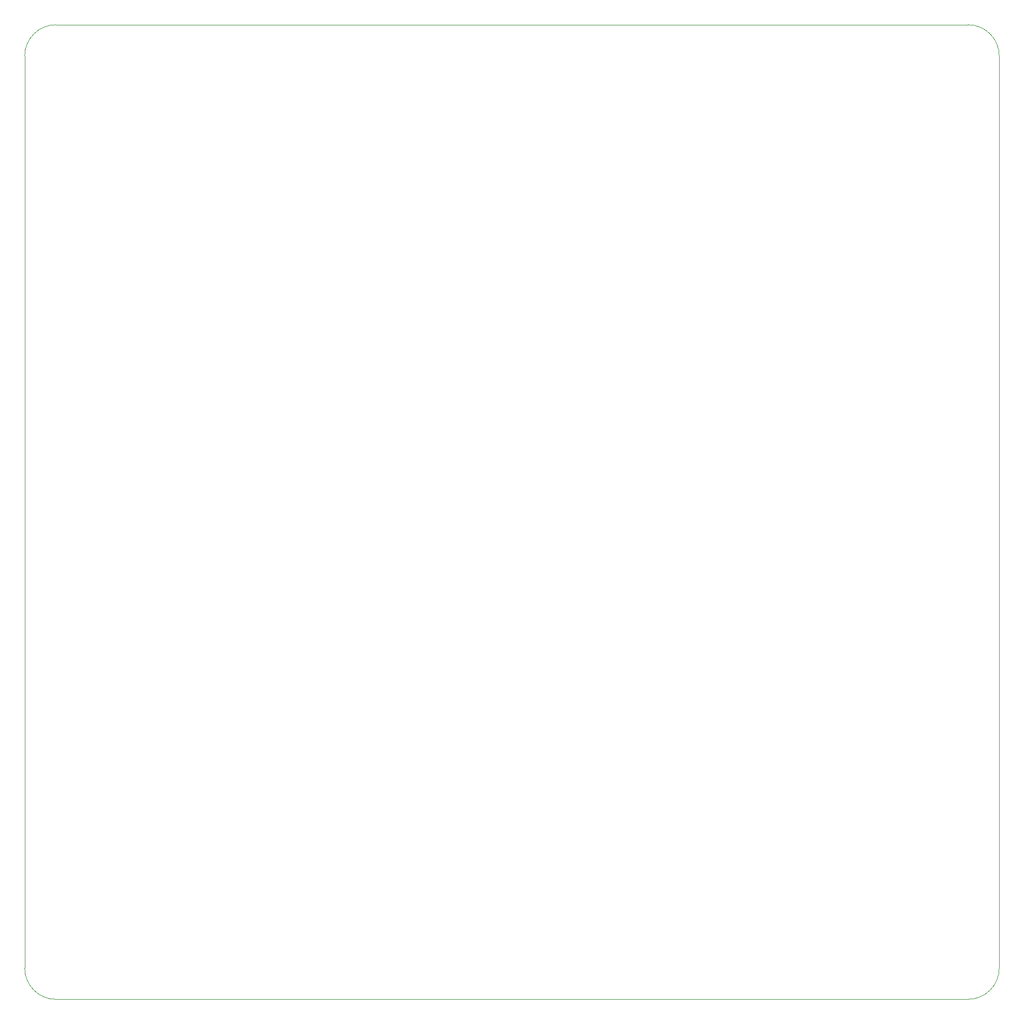
<source format=gbr>
%TF.GenerationSoftware,KiCad,Pcbnew,(6.0.10)*%
%TF.CreationDate,2023-03-03T22:29:42-05:00*%
%TF.ProjectId,master_board,6d617374-6572-45f6-926f-6172642e6b69,rev?*%
%TF.SameCoordinates,Original*%
%TF.FileFunction,Profile,NP*%
%FSLAX46Y46*%
G04 Gerber Fmt 4.6, Leading zero omitted, Abs format (unit mm)*
G04 Created by KiCad (PCBNEW (6.0.10)) date 2023-03-03 22:29:42*
%MOMM*%
%LPD*%
G01*
G04 APERTURE LIST*
%TA.AperFunction,Profile*%
%ADD10C,0.100000*%
%TD*%
G04 APERTURE END LIST*
D10*
X168000000Y-174000000D02*
X22000000Y-174000000D01*
X22000000Y-18000000D02*
G75*
G03*
X17000000Y-23000000I0J-5000000D01*
G01*
X22000000Y-18000000D02*
X121500000Y-18000000D01*
X17000000Y-169000000D02*
X17000000Y-23000000D01*
X17000000Y-169000000D02*
G75*
G03*
X22000000Y-174000000I5000000J0D01*
G01*
X173000000Y-23000000D02*
G75*
G03*
X168000000Y-18000000I-5000000J0D01*
G01*
X168000000Y-18000000D02*
X121500000Y-18000000D01*
X173000000Y-23000000D02*
X173000000Y-169000000D01*
X168000000Y-174000000D02*
G75*
G03*
X173000000Y-169000000I0J5000000D01*
G01*
M02*

</source>
